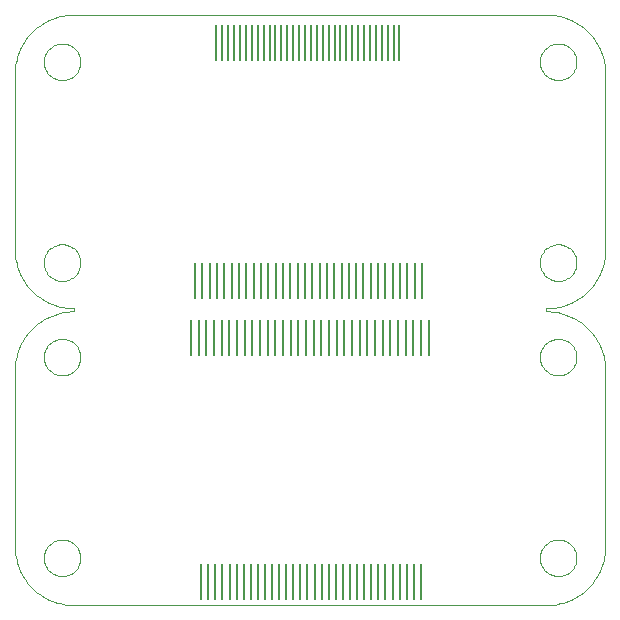
<source format=gtp>
G75*
G70*
%OFA0B0*%
%FSLAX24Y24*%
%IPPOS*%
%LPD*%
%AMOC8*
5,1,8,0,0,1.08239X$1,22.5*
%
%ADD10C,0.0000*%
%ADD11C,0.0004*%
%ADD12R,0.0080X0.1200*%
D10*
X001076Y001686D02*
X001078Y001735D01*
X001084Y001784D01*
X001094Y001832D01*
X001107Y001879D01*
X001125Y001925D01*
X001146Y001969D01*
X001170Y002012D01*
X001198Y002052D01*
X001229Y002091D01*
X001263Y002126D01*
X001300Y002159D01*
X001339Y002188D01*
X001381Y002214D01*
X001424Y002237D01*
X001470Y002256D01*
X001516Y002272D01*
X001564Y002284D01*
X001612Y002292D01*
X001661Y002296D01*
X001711Y002296D01*
X001760Y002292D01*
X001808Y002284D01*
X001856Y002272D01*
X001902Y002256D01*
X001948Y002237D01*
X001991Y002214D01*
X002033Y002188D01*
X002072Y002159D01*
X002109Y002126D01*
X002143Y002091D01*
X002174Y002052D01*
X002202Y002012D01*
X002226Y001969D01*
X002247Y001925D01*
X002265Y001879D01*
X002278Y001832D01*
X002288Y001784D01*
X002294Y001735D01*
X002296Y001686D01*
X002294Y001637D01*
X002288Y001588D01*
X002278Y001540D01*
X002265Y001493D01*
X002247Y001447D01*
X002226Y001403D01*
X002202Y001360D01*
X002174Y001320D01*
X002143Y001281D01*
X002109Y001246D01*
X002072Y001213D01*
X002033Y001184D01*
X001991Y001158D01*
X001948Y001135D01*
X001902Y001116D01*
X001856Y001100D01*
X001808Y001088D01*
X001760Y001080D01*
X001711Y001076D01*
X001661Y001076D01*
X001612Y001080D01*
X001564Y001088D01*
X001516Y001100D01*
X001470Y001116D01*
X001424Y001135D01*
X001381Y001158D01*
X001339Y001184D01*
X001300Y001213D01*
X001263Y001246D01*
X001229Y001281D01*
X001198Y001320D01*
X001170Y001360D01*
X001146Y001403D01*
X001125Y001447D01*
X001107Y001493D01*
X001094Y001540D01*
X001084Y001588D01*
X001078Y001637D01*
X001076Y001686D01*
X001076Y008379D02*
X001078Y008428D01*
X001084Y008477D01*
X001094Y008525D01*
X001107Y008572D01*
X001125Y008618D01*
X001146Y008662D01*
X001170Y008705D01*
X001198Y008745D01*
X001229Y008784D01*
X001263Y008819D01*
X001300Y008852D01*
X001339Y008881D01*
X001381Y008907D01*
X001424Y008930D01*
X001470Y008949D01*
X001516Y008965D01*
X001564Y008977D01*
X001612Y008985D01*
X001661Y008989D01*
X001711Y008989D01*
X001760Y008985D01*
X001808Y008977D01*
X001856Y008965D01*
X001902Y008949D01*
X001948Y008930D01*
X001991Y008907D01*
X002033Y008881D01*
X002072Y008852D01*
X002109Y008819D01*
X002143Y008784D01*
X002174Y008745D01*
X002202Y008705D01*
X002226Y008662D01*
X002247Y008618D01*
X002265Y008572D01*
X002278Y008525D01*
X002288Y008477D01*
X002294Y008428D01*
X002296Y008379D01*
X002294Y008330D01*
X002288Y008281D01*
X002278Y008233D01*
X002265Y008186D01*
X002247Y008140D01*
X002226Y008096D01*
X002202Y008053D01*
X002174Y008013D01*
X002143Y007974D01*
X002109Y007939D01*
X002072Y007906D01*
X002033Y007877D01*
X001991Y007851D01*
X001948Y007828D01*
X001902Y007809D01*
X001856Y007793D01*
X001808Y007781D01*
X001760Y007773D01*
X001711Y007769D01*
X001661Y007769D01*
X001612Y007773D01*
X001564Y007781D01*
X001516Y007793D01*
X001470Y007809D01*
X001424Y007828D01*
X001381Y007851D01*
X001339Y007877D01*
X001300Y007906D01*
X001263Y007939D01*
X001229Y007974D01*
X001198Y008013D01*
X001170Y008053D01*
X001146Y008096D01*
X001125Y008140D01*
X001107Y008186D01*
X001094Y008233D01*
X001084Y008281D01*
X001078Y008330D01*
X001076Y008379D01*
X001076Y011528D02*
X001078Y011577D01*
X001084Y011626D01*
X001094Y011674D01*
X001107Y011721D01*
X001125Y011767D01*
X001146Y011811D01*
X001170Y011854D01*
X001198Y011894D01*
X001229Y011933D01*
X001263Y011968D01*
X001300Y012001D01*
X001339Y012030D01*
X001381Y012056D01*
X001424Y012079D01*
X001470Y012098D01*
X001516Y012114D01*
X001564Y012126D01*
X001612Y012134D01*
X001661Y012138D01*
X001711Y012138D01*
X001760Y012134D01*
X001808Y012126D01*
X001856Y012114D01*
X001902Y012098D01*
X001948Y012079D01*
X001991Y012056D01*
X002033Y012030D01*
X002072Y012001D01*
X002109Y011968D01*
X002143Y011933D01*
X002174Y011894D01*
X002202Y011854D01*
X002226Y011811D01*
X002247Y011767D01*
X002265Y011721D01*
X002278Y011674D01*
X002288Y011626D01*
X002294Y011577D01*
X002296Y011528D01*
X002294Y011479D01*
X002288Y011430D01*
X002278Y011382D01*
X002265Y011335D01*
X002247Y011289D01*
X002226Y011245D01*
X002202Y011202D01*
X002174Y011162D01*
X002143Y011123D01*
X002109Y011088D01*
X002072Y011055D01*
X002033Y011026D01*
X001991Y011000D01*
X001948Y010977D01*
X001902Y010958D01*
X001856Y010942D01*
X001808Y010930D01*
X001760Y010922D01*
X001711Y010918D01*
X001661Y010918D01*
X001612Y010922D01*
X001564Y010930D01*
X001516Y010942D01*
X001470Y010958D01*
X001424Y010977D01*
X001381Y011000D01*
X001339Y011026D01*
X001300Y011055D01*
X001263Y011088D01*
X001229Y011123D01*
X001198Y011162D01*
X001170Y011202D01*
X001146Y011245D01*
X001125Y011289D01*
X001107Y011335D01*
X001094Y011382D01*
X001084Y011430D01*
X001078Y011479D01*
X001076Y011528D01*
X001076Y018221D02*
X001078Y018270D01*
X001084Y018319D01*
X001094Y018367D01*
X001107Y018414D01*
X001125Y018460D01*
X001146Y018504D01*
X001170Y018547D01*
X001198Y018587D01*
X001229Y018626D01*
X001263Y018661D01*
X001300Y018694D01*
X001339Y018723D01*
X001381Y018749D01*
X001424Y018772D01*
X001470Y018791D01*
X001516Y018807D01*
X001564Y018819D01*
X001612Y018827D01*
X001661Y018831D01*
X001711Y018831D01*
X001760Y018827D01*
X001808Y018819D01*
X001856Y018807D01*
X001902Y018791D01*
X001948Y018772D01*
X001991Y018749D01*
X002033Y018723D01*
X002072Y018694D01*
X002109Y018661D01*
X002143Y018626D01*
X002174Y018587D01*
X002202Y018547D01*
X002226Y018504D01*
X002247Y018460D01*
X002265Y018414D01*
X002278Y018367D01*
X002288Y018319D01*
X002294Y018270D01*
X002296Y018221D01*
X002294Y018172D01*
X002288Y018123D01*
X002278Y018075D01*
X002265Y018028D01*
X002247Y017982D01*
X002226Y017938D01*
X002202Y017895D01*
X002174Y017855D01*
X002143Y017816D01*
X002109Y017781D01*
X002072Y017748D01*
X002033Y017719D01*
X001991Y017693D01*
X001948Y017670D01*
X001902Y017651D01*
X001856Y017635D01*
X001808Y017623D01*
X001760Y017615D01*
X001711Y017611D01*
X001661Y017611D01*
X001612Y017615D01*
X001564Y017623D01*
X001516Y017635D01*
X001470Y017651D01*
X001424Y017670D01*
X001381Y017693D01*
X001339Y017719D01*
X001300Y017748D01*
X001263Y017781D01*
X001229Y017816D01*
X001198Y017855D01*
X001170Y017895D01*
X001146Y017938D01*
X001125Y017982D01*
X001107Y018028D01*
X001094Y018075D01*
X001084Y018123D01*
X001078Y018172D01*
X001076Y018221D01*
X017611Y018221D02*
X017613Y018270D01*
X017619Y018319D01*
X017629Y018367D01*
X017642Y018414D01*
X017660Y018460D01*
X017681Y018504D01*
X017705Y018547D01*
X017733Y018587D01*
X017764Y018626D01*
X017798Y018661D01*
X017835Y018694D01*
X017874Y018723D01*
X017916Y018749D01*
X017959Y018772D01*
X018005Y018791D01*
X018051Y018807D01*
X018099Y018819D01*
X018147Y018827D01*
X018196Y018831D01*
X018246Y018831D01*
X018295Y018827D01*
X018343Y018819D01*
X018391Y018807D01*
X018437Y018791D01*
X018483Y018772D01*
X018526Y018749D01*
X018568Y018723D01*
X018607Y018694D01*
X018644Y018661D01*
X018678Y018626D01*
X018709Y018587D01*
X018737Y018547D01*
X018761Y018504D01*
X018782Y018460D01*
X018800Y018414D01*
X018813Y018367D01*
X018823Y018319D01*
X018829Y018270D01*
X018831Y018221D01*
X018829Y018172D01*
X018823Y018123D01*
X018813Y018075D01*
X018800Y018028D01*
X018782Y017982D01*
X018761Y017938D01*
X018737Y017895D01*
X018709Y017855D01*
X018678Y017816D01*
X018644Y017781D01*
X018607Y017748D01*
X018568Y017719D01*
X018526Y017693D01*
X018483Y017670D01*
X018437Y017651D01*
X018391Y017635D01*
X018343Y017623D01*
X018295Y017615D01*
X018246Y017611D01*
X018196Y017611D01*
X018147Y017615D01*
X018099Y017623D01*
X018051Y017635D01*
X018005Y017651D01*
X017959Y017670D01*
X017916Y017693D01*
X017874Y017719D01*
X017835Y017748D01*
X017798Y017781D01*
X017764Y017816D01*
X017733Y017855D01*
X017705Y017895D01*
X017681Y017938D01*
X017660Y017982D01*
X017642Y018028D01*
X017629Y018075D01*
X017619Y018123D01*
X017613Y018172D01*
X017611Y018221D01*
X017611Y011528D02*
X017613Y011577D01*
X017619Y011626D01*
X017629Y011674D01*
X017642Y011721D01*
X017660Y011767D01*
X017681Y011811D01*
X017705Y011854D01*
X017733Y011894D01*
X017764Y011933D01*
X017798Y011968D01*
X017835Y012001D01*
X017874Y012030D01*
X017916Y012056D01*
X017959Y012079D01*
X018005Y012098D01*
X018051Y012114D01*
X018099Y012126D01*
X018147Y012134D01*
X018196Y012138D01*
X018246Y012138D01*
X018295Y012134D01*
X018343Y012126D01*
X018391Y012114D01*
X018437Y012098D01*
X018483Y012079D01*
X018526Y012056D01*
X018568Y012030D01*
X018607Y012001D01*
X018644Y011968D01*
X018678Y011933D01*
X018709Y011894D01*
X018737Y011854D01*
X018761Y011811D01*
X018782Y011767D01*
X018800Y011721D01*
X018813Y011674D01*
X018823Y011626D01*
X018829Y011577D01*
X018831Y011528D01*
X018829Y011479D01*
X018823Y011430D01*
X018813Y011382D01*
X018800Y011335D01*
X018782Y011289D01*
X018761Y011245D01*
X018737Y011202D01*
X018709Y011162D01*
X018678Y011123D01*
X018644Y011088D01*
X018607Y011055D01*
X018568Y011026D01*
X018526Y011000D01*
X018483Y010977D01*
X018437Y010958D01*
X018391Y010942D01*
X018343Y010930D01*
X018295Y010922D01*
X018246Y010918D01*
X018196Y010918D01*
X018147Y010922D01*
X018099Y010930D01*
X018051Y010942D01*
X018005Y010958D01*
X017959Y010977D01*
X017916Y011000D01*
X017874Y011026D01*
X017835Y011055D01*
X017798Y011088D01*
X017764Y011123D01*
X017733Y011162D01*
X017705Y011202D01*
X017681Y011245D01*
X017660Y011289D01*
X017642Y011335D01*
X017629Y011382D01*
X017619Y011430D01*
X017613Y011479D01*
X017611Y011528D01*
X017611Y008379D02*
X017613Y008428D01*
X017619Y008477D01*
X017629Y008525D01*
X017642Y008572D01*
X017660Y008618D01*
X017681Y008662D01*
X017705Y008705D01*
X017733Y008745D01*
X017764Y008784D01*
X017798Y008819D01*
X017835Y008852D01*
X017874Y008881D01*
X017916Y008907D01*
X017959Y008930D01*
X018005Y008949D01*
X018051Y008965D01*
X018099Y008977D01*
X018147Y008985D01*
X018196Y008989D01*
X018246Y008989D01*
X018295Y008985D01*
X018343Y008977D01*
X018391Y008965D01*
X018437Y008949D01*
X018483Y008930D01*
X018526Y008907D01*
X018568Y008881D01*
X018607Y008852D01*
X018644Y008819D01*
X018678Y008784D01*
X018709Y008745D01*
X018737Y008705D01*
X018761Y008662D01*
X018782Y008618D01*
X018800Y008572D01*
X018813Y008525D01*
X018823Y008477D01*
X018829Y008428D01*
X018831Y008379D01*
X018829Y008330D01*
X018823Y008281D01*
X018813Y008233D01*
X018800Y008186D01*
X018782Y008140D01*
X018761Y008096D01*
X018737Y008053D01*
X018709Y008013D01*
X018678Y007974D01*
X018644Y007939D01*
X018607Y007906D01*
X018568Y007877D01*
X018526Y007851D01*
X018483Y007828D01*
X018437Y007809D01*
X018391Y007793D01*
X018343Y007781D01*
X018295Y007773D01*
X018246Y007769D01*
X018196Y007769D01*
X018147Y007773D01*
X018099Y007781D01*
X018051Y007793D01*
X018005Y007809D01*
X017959Y007828D01*
X017916Y007851D01*
X017874Y007877D01*
X017835Y007906D01*
X017798Y007939D01*
X017764Y007974D01*
X017733Y008013D01*
X017705Y008053D01*
X017681Y008096D01*
X017660Y008140D01*
X017642Y008186D01*
X017629Y008233D01*
X017619Y008281D01*
X017613Y008330D01*
X017611Y008379D01*
X017611Y001686D02*
X017613Y001735D01*
X017619Y001784D01*
X017629Y001832D01*
X017642Y001879D01*
X017660Y001925D01*
X017681Y001969D01*
X017705Y002012D01*
X017733Y002052D01*
X017764Y002091D01*
X017798Y002126D01*
X017835Y002159D01*
X017874Y002188D01*
X017916Y002214D01*
X017959Y002237D01*
X018005Y002256D01*
X018051Y002272D01*
X018099Y002284D01*
X018147Y002292D01*
X018196Y002296D01*
X018246Y002296D01*
X018295Y002292D01*
X018343Y002284D01*
X018391Y002272D01*
X018437Y002256D01*
X018483Y002237D01*
X018526Y002214D01*
X018568Y002188D01*
X018607Y002159D01*
X018644Y002126D01*
X018678Y002091D01*
X018709Y002052D01*
X018737Y002012D01*
X018761Y001969D01*
X018782Y001925D01*
X018800Y001879D01*
X018813Y001832D01*
X018823Y001784D01*
X018829Y001735D01*
X018831Y001686D01*
X018829Y001637D01*
X018823Y001588D01*
X018813Y001540D01*
X018800Y001493D01*
X018782Y001447D01*
X018761Y001403D01*
X018737Y001360D01*
X018709Y001320D01*
X018678Y001281D01*
X018644Y001246D01*
X018607Y001213D01*
X018568Y001184D01*
X018526Y001158D01*
X018483Y001135D01*
X018437Y001116D01*
X018391Y001100D01*
X018343Y001088D01*
X018295Y001080D01*
X018246Y001076D01*
X018196Y001076D01*
X018147Y001080D01*
X018099Y001088D01*
X018051Y001100D01*
X018005Y001116D01*
X017959Y001135D01*
X017916Y001158D01*
X017874Y001184D01*
X017835Y001213D01*
X017798Y001246D01*
X017764Y001281D01*
X017733Y001320D01*
X017705Y001360D01*
X017681Y001403D01*
X017660Y001447D01*
X017642Y001493D01*
X017629Y001540D01*
X017619Y001588D01*
X017613Y001637D01*
X017611Y001686D01*
D11*
X017827Y000110D02*
X017921Y000112D01*
X018014Y000119D01*
X018107Y000130D01*
X018200Y000146D01*
X018291Y000166D01*
X018382Y000190D01*
X018471Y000218D01*
X018559Y000251D01*
X018645Y000288D01*
X018729Y000329D01*
X018812Y000374D01*
X018892Y000423D01*
X018969Y000475D01*
X019044Y000531D01*
X019116Y000591D01*
X019186Y000654D01*
X019252Y000720D01*
X019315Y000790D01*
X019375Y000862D01*
X019431Y000937D01*
X019483Y001014D01*
X019532Y001095D01*
X019577Y001177D01*
X019618Y001261D01*
X019655Y001347D01*
X019688Y001435D01*
X019716Y001524D01*
X019740Y001615D01*
X019760Y001706D01*
X019776Y001799D01*
X019787Y001892D01*
X019794Y001985D01*
X019796Y002079D01*
X019796Y007936D01*
X019794Y008030D01*
X019787Y008123D01*
X019776Y008216D01*
X019760Y008309D01*
X019740Y008400D01*
X019716Y008491D01*
X019688Y008580D01*
X019655Y008668D01*
X019618Y008754D01*
X019577Y008838D01*
X019532Y008920D01*
X019483Y009001D01*
X019431Y009078D01*
X019375Y009153D01*
X019315Y009225D01*
X019252Y009295D01*
X019186Y009361D01*
X019116Y009424D01*
X019044Y009484D01*
X018969Y009540D01*
X018892Y009592D01*
X018811Y009641D01*
X018729Y009686D01*
X018645Y009727D01*
X018559Y009764D01*
X018471Y009797D01*
X018382Y009825D01*
X018291Y009849D01*
X018200Y009869D01*
X018107Y009885D01*
X018014Y009896D01*
X017921Y009903D01*
X017827Y009905D01*
X017827Y009904D02*
X017827Y010003D01*
X017827Y010002D02*
X017921Y010004D01*
X018014Y010011D01*
X018107Y010022D01*
X018200Y010038D01*
X018291Y010058D01*
X018382Y010082D01*
X018471Y010110D01*
X018559Y010143D01*
X018645Y010180D01*
X018729Y010221D01*
X018812Y010266D01*
X018892Y010315D01*
X018969Y010367D01*
X019044Y010423D01*
X019116Y010483D01*
X019186Y010546D01*
X019252Y010612D01*
X019315Y010682D01*
X019375Y010754D01*
X019431Y010829D01*
X019483Y010906D01*
X019532Y010987D01*
X019577Y011069D01*
X019618Y011153D01*
X019655Y011239D01*
X019688Y011327D01*
X019716Y011416D01*
X019740Y011507D01*
X019760Y011598D01*
X019776Y011691D01*
X019787Y011784D01*
X019794Y011877D01*
X019796Y011971D01*
X019796Y017827D01*
X019794Y017921D01*
X019787Y018014D01*
X019776Y018107D01*
X019760Y018200D01*
X019740Y018291D01*
X019716Y018382D01*
X019688Y018471D01*
X019655Y018559D01*
X019618Y018645D01*
X019577Y018729D01*
X019532Y018811D01*
X019483Y018892D01*
X019431Y018969D01*
X019375Y019044D01*
X019315Y019116D01*
X019252Y019186D01*
X019186Y019252D01*
X019116Y019315D01*
X019044Y019375D01*
X018969Y019431D01*
X018892Y019483D01*
X018811Y019532D01*
X018729Y019577D01*
X018645Y019618D01*
X018559Y019655D01*
X018471Y019688D01*
X018382Y019716D01*
X018291Y019740D01*
X018200Y019760D01*
X018107Y019776D01*
X018014Y019787D01*
X017921Y019794D01*
X017827Y019796D01*
X002079Y019796D01*
X001985Y019794D01*
X001892Y019787D01*
X001799Y019776D01*
X001706Y019760D01*
X001615Y019740D01*
X001524Y019716D01*
X001435Y019688D01*
X001347Y019655D01*
X001261Y019618D01*
X001177Y019577D01*
X001094Y019532D01*
X001014Y019483D01*
X000937Y019431D01*
X000862Y019375D01*
X000790Y019315D01*
X000720Y019252D01*
X000654Y019186D01*
X000591Y019116D01*
X000531Y019044D01*
X000475Y018969D01*
X000423Y018892D01*
X000374Y018812D01*
X000329Y018729D01*
X000288Y018645D01*
X000251Y018559D01*
X000218Y018471D01*
X000190Y018382D01*
X000166Y018291D01*
X000146Y018200D01*
X000130Y018107D01*
X000119Y018014D01*
X000112Y017921D01*
X000110Y017827D01*
X000111Y017827D02*
X000111Y011971D01*
X000110Y011971D02*
X000112Y011877D01*
X000119Y011784D01*
X000130Y011691D01*
X000146Y011598D01*
X000166Y011507D01*
X000190Y011416D01*
X000218Y011327D01*
X000251Y011239D01*
X000288Y011153D01*
X000329Y011069D01*
X000374Y010987D01*
X000423Y010906D01*
X000475Y010829D01*
X000531Y010754D01*
X000591Y010682D01*
X000654Y010612D01*
X000720Y010546D01*
X000790Y010483D01*
X000862Y010423D01*
X000937Y010367D01*
X001014Y010315D01*
X001094Y010266D01*
X001177Y010221D01*
X001261Y010180D01*
X001347Y010143D01*
X001435Y010110D01*
X001524Y010082D01*
X001615Y010058D01*
X001706Y010038D01*
X001799Y010022D01*
X001892Y010011D01*
X001985Y010004D01*
X002079Y010002D01*
X002079Y010003D02*
X002079Y009904D01*
X002079Y009905D02*
X001985Y009903D01*
X001892Y009896D01*
X001799Y009885D01*
X001706Y009869D01*
X001615Y009849D01*
X001524Y009825D01*
X001435Y009797D01*
X001347Y009764D01*
X001261Y009727D01*
X001177Y009686D01*
X001094Y009641D01*
X001014Y009592D01*
X000937Y009540D01*
X000862Y009484D01*
X000790Y009424D01*
X000720Y009361D01*
X000654Y009295D01*
X000591Y009225D01*
X000531Y009153D01*
X000475Y009078D01*
X000423Y009001D01*
X000374Y008921D01*
X000329Y008838D01*
X000288Y008754D01*
X000251Y008668D01*
X000218Y008580D01*
X000190Y008491D01*
X000166Y008400D01*
X000146Y008309D01*
X000130Y008216D01*
X000119Y008123D01*
X000112Y008030D01*
X000110Y007936D01*
X000111Y007936D02*
X000111Y002079D01*
X000110Y002079D02*
X000112Y001985D01*
X000119Y001892D01*
X000130Y001799D01*
X000146Y001706D01*
X000166Y001615D01*
X000190Y001524D01*
X000218Y001435D01*
X000251Y001347D01*
X000288Y001261D01*
X000329Y001177D01*
X000374Y001095D01*
X000423Y001014D01*
X000475Y000937D01*
X000531Y000862D01*
X000591Y000790D01*
X000654Y000720D01*
X000720Y000654D01*
X000790Y000591D01*
X000862Y000531D01*
X000937Y000475D01*
X001014Y000423D01*
X001094Y000374D01*
X001177Y000329D01*
X001261Y000288D01*
X001347Y000251D01*
X001435Y000218D01*
X001524Y000190D01*
X001615Y000166D01*
X001706Y000146D01*
X001799Y000130D01*
X001892Y000119D01*
X001985Y000112D01*
X002079Y000110D01*
X002079Y000111D02*
X017827Y000111D01*
D12*
X013644Y000898D03*
X013408Y000898D03*
X013172Y000898D03*
X012936Y000898D03*
X012699Y000898D03*
X012463Y000898D03*
X012227Y000898D03*
X011991Y000898D03*
X011755Y000898D03*
X011518Y000898D03*
X011282Y000898D03*
X011046Y000898D03*
X010810Y000898D03*
X010573Y000898D03*
X010337Y000898D03*
X010101Y000898D03*
X009865Y000898D03*
X009629Y000898D03*
X009392Y000898D03*
X009156Y000898D03*
X008920Y000898D03*
X008684Y000898D03*
X008447Y000898D03*
X008211Y000898D03*
X007975Y000898D03*
X007739Y000898D03*
X007503Y000898D03*
X007266Y000898D03*
X007030Y000898D03*
X006794Y000898D03*
X006558Y000898D03*
X006321Y000898D03*
X006233Y009018D03*
X006489Y009018D03*
X006745Y009018D03*
X007001Y009018D03*
X007257Y009018D03*
X007512Y009018D03*
X007768Y009018D03*
X008024Y009018D03*
X008280Y009018D03*
X008536Y009018D03*
X008792Y009018D03*
X009048Y009018D03*
X009304Y009018D03*
X009560Y009018D03*
X009816Y009018D03*
X010071Y009018D03*
X010327Y009018D03*
X010583Y009018D03*
X010839Y009018D03*
X011095Y009018D03*
X011351Y009018D03*
X011607Y009018D03*
X011863Y009018D03*
X012119Y009018D03*
X012375Y009018D03*
X012631Y009018D03*
X012886Y009018D03*
X013142Y009018D03*
X013398Y009018D03*
X013654Y009018D03*
X013910Y009018D03*
X013684Y010916D03*
X013440Y010916D03*
X013196Y010916D03*
X012951Y010916D03*
X012707Y010916D03*
X012463Y010916D03*
X012219Y010916D03*
X011975Y010916D03*
X011731Y010916D03*
X011487Y010916D03*
X011243Y010916D03*
X010999Y010916D03*
X010755Y010916D03*
X010510Y010916D03*
X010266Y010916D03*
X010022Y010916D03*
X009778Y010916D03*
X009534Y010916D03*
X009290Y010916D03*
X009046Y010916D03*
X008802Y010916D03*
X008558Y010916D03*
X008314Y010916D03*
X008070Y010916D03*
X007825Y010916D03*
X007581Y010916D03*
X007337Y010916D03*
X007093Y010916D03*
X006849Y010916D03*
X006605Y010916D03*
X006361Y010916D03*
X006117Y010916D03*
X005977Y009018D03*
X006829Y018865D03*
X007026Y018865D03*
X007223Y018865D03*
X007420Y018865D03*
X007617Y018865D03*
X007814Y018865D03*
X008010Y018865D03*
X008207Y018865D03*
X008404Y018865D03*
X008601Y018865D03*
X008798Y018865D03*
X008995Y018865D03*
X009192Y018865D03*
X009388Y018865D03*
X009585Y018865D03*
X009782Y018865D03*
X009979Y018865D03*
X010176Y018865D03*
X010373Y018865D03*
X010570Y018865D03*
X010766Y018865D03*
X010963Y018865D03*
X011160Y018865D03*
X011357Y018865D03*
X011554Y018865D03*
X011751Y018865D03*
X011947Y018865D03*
X012144Y018865D03*
X012341Y018865D03*
X012538Y018865D03*
X012735Y018865D03*
X012932Y018865D03*
M02*

</source>
